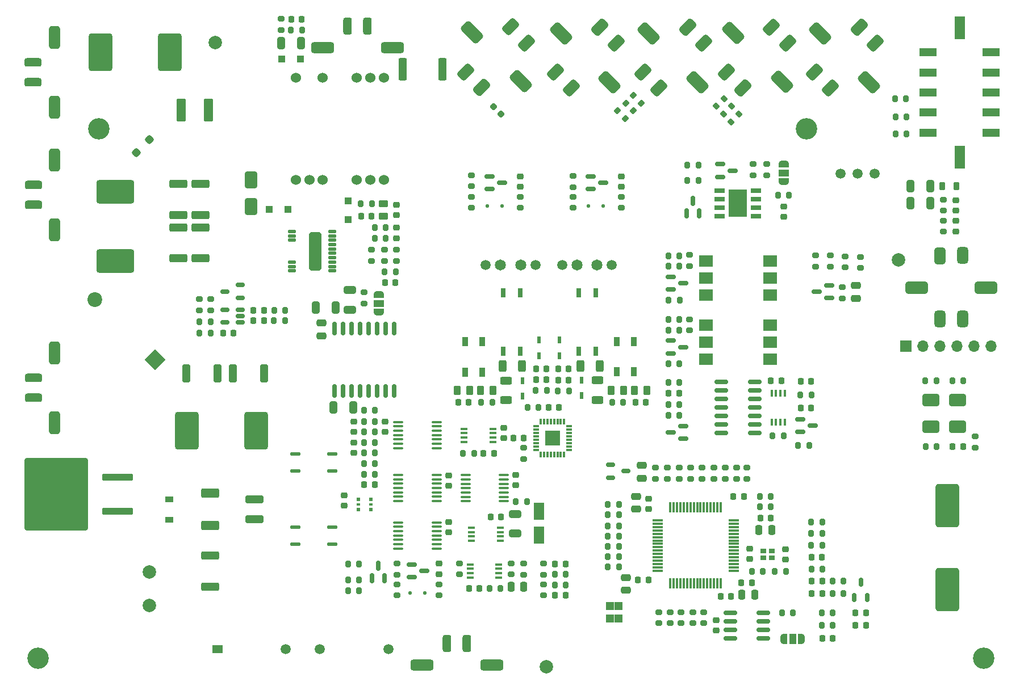
<source format=gbr>
%TF.GenerationSoftware,KiCad,Pcbnew,8.0.2*%
%TF.CreationDate,2025-02-22T19:17:46+01:00*%
%TF.ProjectId,Master_FT25,4d617374-6572-45f4-9654-32352e6b6963,rev?*%
%TF.SameCoordinates,Original*%
%TF.FileFunction,Soldermask,Top*%
%TF.FilePolarity,Negative*%
%FSLAX46Y46*%
G04 Gerber Fmt 4.6, Leading zero omitted, Abs format (unit mm)*
G04 Created by KiCad (PCBNEW 8.0.2) date 2025-02-22 19:17:46*
%MOMM*%
%LPD*%
G01*
G04 APERTURE LIST*
G04 Aperture macros list*
%AMRoundRect*
0 Rectangle with rounded corners*
0 $1 Rounding radius*
0 $2 $3 $4 $5 $6 $7 $8 $9 X,Y pos of 4 corners*
0 Add a 4 corners polygon primitive as box body*
4,1,4,$2,$3,$4,$5,$6,$7,$8,$9,$2,$3,0*
0 Add four circle primitives for the rounded corners*
1,1,$1+$1,$2,$3*
1,1,$1+$1,$4,$5*
1,1,$1+$1,$6,$7*
1,1,$1+$1,$8,$9*
0 Add four rect primitives between the rounded corners*
20,1,$1+$1,$2,$3,$4,$5,0*
20,1,$1+$1,$4,$5,$6,$7,0*
20,1,$1+$1,$6,$7,$8,$9,0*
20,1,$1+$1,$8,$9,$2,$3,0*%
%AMHorizOval*
0 Thick line with rounded ends*
0 $1 width*
0 $2 $3 position (X,Y) of the first rounded end (center of the circle)*
0 $4 $5 position (X,Y) of the second rounded end (center of the circle)*
0 Add line between two ends*
20,1,$1,$2,$3,$4,$5,0*
0 Add two circle primitives to create the rounded ends*
1,1,$1,$2,$3*
1,1,$1,$4,$5*%
%AMRotRect*
0 Rectangle, with rotation*
0 The origin of the aperture is its center*
0 $1 length*
0 $2 width*
0 $3 Rotation angle, in degrees counterclockwise*
0 Add horizontal line*
21,1,$1,$2,0,0,$3*%
%AMFreePoly0*
4,1,19,0.550000,-0.750000,0.000000,-0.750000,0.000000,-0.744911,-0.071157,-0.744911,-0.207708,-0.704816,-0.327430,-0.627875,-0.420627,-0.520320,-0.479746,-0.390866,-0.500000,-0.250000,-0.500000,0.250000,-0.479746,0.390866,-0.420627,0.520320,-0.327430,0.627875,-0.207708,0.704816,-0.071157,0.744911,0.000000,0.744911,0.000000,0.750000,0.550000,0.750000,0.550000,-0.750000,0.550000,-0.750000,
$1*%
%AMFreePoly1*
4,1,19,0.000000,0.744911,0.071157,0.744911,0.207708,0.704816,0.327430,0.627875,0.420627,0.520320,0.479746,0.390866,0.500000,0.250000,0.500000,-0.250000,0.479746,-0.390866,0.420627,-0.520320,0.327430,-0.627875,0.207708,-0.704816,0.071157,-0.744911,0.000000,-0.744911,0.000000,-0.750000,-0.550000,-0.750000,-0.550000,0.750000,0.000000,0.750000,0.000000,0.744911,0.000000,0.744911,
$1*%
G04 Aperture macros list end*
%ADD10RoundRect,0.250000X0.625000X-0.312500X0.625000X0.312500X-0.625000X0.312500X-0.625000X-0.312500X0*%
%ADD11RoundRect,0.408750X0.898026X0.319966X0.319966X0.898026X-0.898026X-0.319966X-0.319966X-0.898026X0*%
%ADD12RoundRect,0.408750X0.873277X0.295217X0.295217X0.873277X-0.873277X-0.295217X-0.295217X-0.873277X0*%
%ADD13RoundRect,0.456250X-0.567453X1.212688X-1.212688X0.567453X0.567453X-1.212688X1.212688X-0.567453X0*%
%ADD14RoundRect,0.200000X0.200000X0.275000X-0.200000X0.275000X-0.200000X-0.275000X0.200000X-0.275000X0*%
%ADD15RoundRect,0.250000X-0.262500X-0.450000X0.262500X-0.450000X0.262500X0.450000X-0.262500X0.450000X0*%
%ADD16RoundRect,0.225000X0.225000X0.250000X-0.225000X0.250000X-0.225000X-0.250000X0.225000X-0.250000X0*%
%ADD17RoundRect,0.225000X-0.225000X-0.250000X0.225000X-0.250000X0.225000X0.250000X-0.225000X0.250000X0*%
%ADD18RoundRect,0.250000X-1.075000X0.362500X-1.075000X-0.362500X1.075000X-0.362500X1.075000X0.362500X0*%
%ADD19RoundRect,0.150000X-0.587500X-0.150000X0.587500X-0.150000X0.587500X0.150000X-0.587500X0.150000X0*%
%ADD20C,3.200000*%
%ADD21RoundRect,0.420000X1.330000X-2.830000X1.330000X2.830000X-1.330000X2.830000X-1.330000X-2.830000X0*%
%ADD22RoundRect,0.225000X0.250000X-0.225000X0.250000X0.225000X-0.250000X0.225000X-0.250000X-0.225000X0*%
%ADD23RoundRect,0.250000X0.475000X-0.250000X0.475000X0.250000X-0.475000X0.250000X-0.475000X-0.250000X0*%
%ADD24RotRect,2.200000X2.200000X135.000000*%
%ADD25HorizOval,2.200000X0.000000X0.000000X0.000000X0.000000X0*%
%ADD26RoundRect,0.200000X-0.200000X-0.275000X0.200000X-0.275000X0.200000X0.275000X-0.200000X0.275000X0*%
%ADD27RoundRect,0.200000X-0.275000X0.200000X-0.275000X-0.200000X0.275000X-0.200000X0.275000X0.200000X0*%
%ADD28R,2.540000X1.270000*%
%ADD29R,1.650000X3.430000*%
%ADD30RoundRect,0.200000X0.275000X-0.200000X0.275000X0.200000X-0.275000X0.200000X-0.275000X-0.200000X0*%
%ADD31RoundRect,0.218750X-0.218750X-0.256250X0.218750X-0.256250X0.218750X0.256250X-0.218750X0.256250X0*%
%ADD32RoundRect,0.250000X-0.300000X-0.300000X0.300000X-0.300000X0.300000X0.300000X-0.300000X0.300000X0*%
%ADD33RoundRect,0.150000X-0.825000X-0.150000X0.825000X-0.150000X0.825000X0.150000X-0.825000X0.150000X0*%
%ADD34RoundRect,0.218750X0.218750X0.256250X-0.218750X0.256250X-0.218750X-0.256250X0.218750X-0.256250X0*%
%ADD35RoundRect,0.250000X0.650000X-0.325000X0.650000X0.325000X-0.650000X0.325000X-0.650000X-0.325000X0*%
%ADD36RoundRect,0.250000X-0.475000X0.250000X-0.475000X-0.250000X0.475000X-0.250000X0.475000X0.250000X0*%
%ADD37RoundRect,0.250000X0.325000X0.650000X-0.325000X0.650000X-0.325000X-0.650000X0.325000X-0.650000X0*%
%ADD38R,0.500000X1.075000*%
%ADD39RoundRect,0.200000X-0.335876X-0.053033X-0.053033X-0.335876X0.335876X0.053033X0.053033X0.335876X0*%
%ADD40RoundRect,0.075000X0.700000X0.075000X-0.700000X0.075000X-0.700000X-0.075000X0.700000X-0.075000X0*%
%ADD41RoundRect,0.075000X0.075000X0.700000X-0.075000X0.700000X-0.075000X-0.700000X0.075000X-0.700000X0*%
%ADD42R,2.000000X1.780000*%
%ADD43RoundRect,0.150000X0.150000X-0.587500X0.150000X0.587500X-0.150000X0.587500X-0.150000X-0.587500X0*%
%ADD44RoundRect,0.250000X0.262500X0.450000X-0.262500X0.450000X-0.262500X-0.450000X0.262500X-0.450000X0*%
%ADD45RoundRect,0.218750X-0.256250X0.218750X-0.256250X-0.218750X0.256250X-0.218750X0.256250X0.218750X0*%
%ADD46RoundRect,0.250000X0.650000X-1.000000X0.650000X1.000000X-0.650000X1.000000X-0.650000X-1.000000X0*%
%ADD47R,1.525000X0.650000*%
%ADD48R,2.750000X4.100000*%
%ADD49RoundRect,0.250000X2.050000X0.300000X-2.050000X0.300000X-2.050000X-0.300000X2.050000X-0.300000X0*%
%ADD50RoundRect,0.250002X4.449998X5.149998X-4.449998X5.149998X-4.449998X-5.149998X4.449998X-5.149998X0*%
%ADD51R,0.800000X1.400000*%
%ADD52RoundRect,0.412500X-1.302500X-0.412500X1.302500X-0.412500X1.302500X0.412500X-1.302500X0.412500X0*%
%ADD53RoundRect,0.317500X-0.317500X-0.952500X0.317500X-0.952500X0.317500X0.952500X-0.317500X0.952500X0*%
%ADD54RoundRect,0.250000X-0.325000X-0.650000X0.325000X-0.650000X0.325000X0.650000X-0.325000X0.650000X0*%
%ADD55RoundRect,0.218750X0.335876X0.026517X0.026517X0.335876X-0.335876X-0.026517X-0.026517X-0.335876X0*%
%ADD56RoundRect,0.100000X-0.637500X-0.100000X0.637500X-0.100000X0.637500X0.100000X-0.637500X0.100000X0*%
%ADD57RoundRect,0.150000X0.150000X-0.512500X0.150000X0.512500X-0.150000X0.512500X-0.150000X-0.512500X0*%
%ADD58RoundRect,0.200000X0.335876X0.053033X0.053033X0.335876X-0.335876X-0.053033X-0.053033X-0.335876X0*%
%ADD59RoundRect,0.250000X-1.000000X-0.650000X1.000000X-0.650000X1.000000X0.650000X-1.000000X0.650000X0*%
%ADD60R,1.100000X0.400000*%
%ADD61C,2.000000*%
%ADD62C,1.500000*%
%ADD63C,1.650000*%
%ADD64RoundRect,0.225000X-0.250000X0.225000X-0.250000X-0.225000X0.250000X-0.225000X0.250000X0.225000X0*%
%ADD65RoundRect,0.250000X1.075000X-0.362500X1.075000X0.362500X-1.075000X0.362500X-1.075000X-0.362500X0*%
%ADD66RoundRect,0.250000X1.100000X-0.325000X1.100000X0.325000X-1.100000X0.325000X-1.100000X-0.325000X0*%
%ADD67RoundRect,0.150000X0.587500X0.150000X-0.587500X0.150000X-0.587500X-0.150000X0.587500X-0.150000X0*%
%ADD68RoundRect,0.250000X0.312500X0.625000X-0.312500X0.625000X-0.312500X-0.625000X0.312500X-0.625000X0*%
%ADD69RoundRect,0.350000X-1.400000X-2.450000X1.400000X-2.450000X1.400000X2.450000X-1.400000X2.450000X0*%
%ADD70C,1.524000*%
%ADD71FreePoly0,90.000000*%
%ADD72R,1.500000X1.000000*%
%ADD73FreePoly1,90.000000*%
%ADD74RoundRect,0.150000X0.512500X0.150000X-0.512500X0.150000X-0.512500X-0.150000X0.512500X-0.150000X0*%
%ADD75RoundRect,0.137500X0.587500X0.137500X-0.587500X0.137500X-0.587500X-0.137500X0.587500X-0.137500X0*%
%ADD76RoundRect,0.250000X-0.362500X-1.075000X0.362500X-1.075000X0.362500X1.075000X-0.362500X1.075000X0*%
%ADD77RoundRect,0.125000X-0.125000X-0.125000X0.125000X-0.125000X0.125000X0.125000X-0.125000X0.125000X0*%
%ADD78RoundRect,0.350000X1.400000X2.450000X-1.400000X2.450000X-1.400000X-2.450000X1.400000X-2.450000X0*%
%ADD79R,0.875000X0.775000*%
%ADD80R,0.850000X0.300000*%
%ADD81R,0.300000X0.850000*%
%ADD82C,0.600000*%
%ADD83R,2.200000X2.200000*%
%ADD84RoundRect,0.412500X0.412500X-1.302500X0.412500X1.302500X-0.412500X1.302500X-0.412500X-1.302500X0*%
%ADD85RoundRect,0.317500X0.952500X-0.317500X0.952500X0.317500X-0.952500X0.317500X-0.952500X-0.317500X0*%
%ADD86R,0.900000X1.350000*%
%ADD87R,1.700000X1.700000*%
%ADD88O,1.700000X1.700000*%
%ADD89RoundRect,0.150000X-0.512500X-0.150000X0.512500X-0.150000X0.512500X0.150000X-0.512500X0.150000X0*%
%ADD90R,0.600000X0.600000*%
%ADD91R,0.600000X0.400000*%
%ADD92RoundRect,0.250000X0.250000X0.475000X-0.250000X0.475000X-0.250000X-0.475000X0.250000X-0.475000X0*%
%ADD93RoundRect,0.102000X-0.500000X-0.500000X0.500000X-0.500000X0.500000X0.500000X-0.500000X0.500000X0*%
%ADD94RoundRect,0.102000X0.500000X0.500000X-0.500000X0.500000X-0.500000X-0.500000X0.500000X-0.500000X0*%
%ADD95RoundRect,0.250000X-0.250000X-0.475000X0.250000X-0.475000X0.250000X0.475000X-0.250000X0.475000X0*%
%ADD96RoundRect,0.218750X-0.218750X-0.381250X0.218750X-0.381250X0.218750X0.381250X-0.218750X0.381250X0*%
%ADD97FreePoly0,0.000000*%
%ADD98R,1.000000X1.500000*%
%ADD99FreePoly1,0.000000*%
%ADD100RoundRect,0.250000X0.550000X-1.050000X0.550000X1.050000X-0.550000X1.050000X-0.550000X-1.050000X0*%
%ADD101RoundRect,0.250000X0.000000X0.424264X-0.424264X0.000000X0.000000X-0.424264X0.424264X0.000000X0*%
%ADD102R,1.200000X0.850000*%
%ADD103RoundRect,0.408750X0.408750X0.861250X-0.408750X0.861250X-0.408750X-0.861250X0.408750X-0.861250X0*%
%ADD104RoundRect,0.408750X0.408750X0.826250X-0.408750X0.826250X-0.408750X-0.826250X0.408750X-0.826250X0*%
%ADD105RoundRect,0.456250X-1.258750X0.456250X-1.258750X-0.456250X1.258750X-0.456250X1.258750X0.456250X0*%
%ADD106RoundRect,0.200000X-0.053033X0.335876X-0.335876X0.053033X0.053033X-0.335876X0.335876X-0.053033X0*%
%ADD107RoundRect,0.137500X-0.587500X-0.137500X0.587500X-0.137500X0.587500X0.137500X-0.587500X0.137500X0*%
%ADD108RoundRect,0.249999X-0.450001X-1.450001X0.450001X-1.450001X0.450001X1.450001X-0.450001X1.450001X0*%
%ADD109RoundRect,0.250000X0.300000X-0.300000X0.300000X0.300000X-0.300000X0.300000X-0.300000X-0.300000X0*%
%ADD110R,1.500000X1.303000*%
%ADD111RoundRect,0.250000X0.450000X-0.262500X0.450000X0.262500X-0.450000X0.262500X-0.450000X-0.262500X0*%
%ADD112FreePoly0,270.000000*%
%ADD113FreePoly1,270.000000*%
%ADD114RoundRect,0.250000X-0.362500X-1.425000X0.362500X-1.425000X0.362500X1.425000X-0.362500X1.425000X0*%
%ADD115RoundRect,0.408750X-0.898026X-0.319966X-0.319966X-0.898026X0.898026X0.319966X0.319966X0.898026X0*%
%ADD116RoundRect,0.408750X-0.873277X-0.295217X-0.295217X-0.873277X0.873277X0.295217X0.295217X0.873277X0*%
%ADD117RoundRect,0.456250X0.567453X-1.212688X1.212688X-0.567453X-0.567453X1.212688X-1.212688X0.567453X0*%
%ADD118RoundRect,0.218750X0.256250X-0.218750X0.256250X0.218750X-0.256250X0.218750X-0.256250X-0.218750X0*%
%ADD119R,0.400000X1.100000*%
%ADD120RoundRect,0.249999X1.075001X-0.450001X1.075001X0.450001X-1.075001X0.450001X-1.075001X-0.450001X0*%
%ADD121RoundRect,0.112500X-0.487500X-0.112500X0.487500X-0.112500X0.487500X0.112500X-0.487500X0.112500X0*%
%ADD122RoundRect,0.178000X-0.712000X-2.662000X0.712000X-2.662000X0.712000X2.662000X-0.712000X2.662000X0*%
%ADD123RoundRect,0.250000X-0.312500X-0.625000X0.312500X-0.625000X0.312500X0.625000X-0.312500X0.625000X0*%
%ADD124RoundRect,0.150000X0.150000X-0.875000X0.150000X0.875000X-0.150000X0.875000X-0.150000X-0.875000X0*%
%ADD125RoundRect,0.350000X-2.450000X1.400000X-2.450000X-1.400000X2.450000X-1.400000X2.450000X1.400000X0*%
G04 APERTURE END LIST*
D10*
%TO.C,R130*%
X124550000Y-96712500D03*
X124550000Y-93787500D03*
%TD*%
D11*
%TO.C,J6*%
X151633695Y-41086891D03*
D12*
X144962142Y-47758443D03*
X154037858Y-43441557D03*
X147341557Y-50137858D03*
D13*
X153069121Y-49292865D03*
X145807135Y-42030879D03*
%TD*%
D14*
%TO.C,R123*%
X166725000Y-66100000D03*
X165075000Y-66100000D03*
%TD*%
D15*
%TO.C,R127*%
X143687500Y-95250000D03*
X145512500Y-95250000D03*
%TD*%
D16*
%TO.C,C31*%
X171650000Y-125550000D03*
X170100000Y-125550000D03*
%TD*%
D14*
%TO.C,R67*%
X133925000Y-95300000D03*
X132275000Y-95300000D03*
%TD*%
D17*
%TO.C,C38*%
X176625000Y-128425000D03*
X178175000Y-128425000D03*
%TD*%
D18*
%TO.C,R104*%
X78950000Y-70912500D03*
X78950000Y-75537500D03*
%TD*%
D19*
%TO.C,Q2*%
X137162500Y-63300000D03*
X137162500Y-65200000D03*
X139037500Y-64250000D03*
%TD*%
D20*
%TO.C,H3*%
X63850000Y-56250000D03*
%TD*%
D21*
%TO.C,C36*%
X190350000Y-112450001D03*
X190350000Y-124949999D03*
%TD*%
D22*
%TO.C,C37*%
X155875000Y-131050000D03*
X155875000Y-129500000D03*
%TD*%
D23*
%TO.C,C14*%
X97000000Y-87100000D03*
X97000000Y-85200000D03*
%TD*%
D16*
%TO.C,C53*%
X171650000Y-123675000D03*
X170100000Y-123675000D03*
%TD*%
D24*
%TO.C,D7*%
X72240128Y-90690128D03*
D25*
X63259872Y-81709872D03*
%TD*%
D26*
%TO.C,R93*%
X148775000Y-81800000D03*
X150425000Y-81800000D03*
%TD*%
D22*
%TO.C,C25*%
X145775000Y-112975000D03*
X145775000Y-111425000D03*
%TD*%
D27*
%TO.C,R44*%
X154000000Y-128325000D03*
X154000000Y-129975000D03*
%TD*%
D28*
%TO.C,J14*%
X187450000Y-56800000D03*
X196850000Y-56800000D03*
X187450000Y-53800000D03*
X196850000Y-53800000D03*
X187450000Y-50800000D03*
X196850000Y-50800000D03*
X187450000Y-47800000D03*
X196850000Y-47800000D03*
X187450000Y-44800000D03*
X196850000Y-44800000D03*
D29*
X192150000Y-60435000D03*
X192150000Y-41165000D03*
%TD*%
D14*
%TO.C,R53*%
X141375000Y-112225000D03*
X139725000Y-112225000D03*
%TD*%
D30*
%TO.C,R73*%
X134500000Y-64925000D03*
X134500000Y-63275000D03*
%TD*%
D31*
%TO.C,D5*%
X86887499Y-83275000D03*
X88462501Y-83275000D03*
%TD*%
D32*
%TO.C,D31*%
X91100000Y-45800000D03*
X93900000Y-45800000D03*
%TD*%
D14*
%TO.C,R35*%
X133437500Y-122675000D03*
X131787500Y-122675000D03*
%TD*%
D33*
%TO.C,U16*%
X156625000Y-93990000D03*
X156625000Y-95260000D03*
X156625000Y-96530000D03*
X156625000Y-97800000D03*
X156625000Y-99070000D03*
X156625000Y-100340000D03*
X156625000Y-101610000D03*
X161575000Y-101610000D03*
X161575000Y-100340000D03*
X161575000Y-99070000D03*
X161575000Y-97800000D03*
X161575000Y-96530000D03*
X161575000Y-95260000D03*
X161575000Y-93990000D03*
%TD*%
D34*
%TO.C,D32*%
X94087500Y-39900000D03*
X92512500Y-39900000D03*
%TD*%
D35*
%TO.C,C44*%
X101275000Y-83200001D03*
X101275000Y-80249999D03*
%TD*%
D26*
%TO.C,R106*%
X104975000Y-72550000D03*
X106625000Y-72550000D03*
%TD*%
D36*
%TO.C,C43*%
X176700000Y-79600001D03*
X176700000Y-81499999D03*
%TD*%
D37*
%TO.C,C45*%
X99100001Y-82875000D03*
X96149999Y-82875000D03*
%TD*%
D26*
%TO.C,R1*%
X103325000Y-99900000D03*
X104975000Y-99900000D03*
%TD*%
D31*
%TO.C,D6*%
X86887499Y-84875000D03*
X88462501Y-84875000D03*
%TD*%
D14*
%TO.C,R54*%
X141375000Y-113800000D03*
X139725000Y-113800000D03*
%TD*%
D17*
%TO.C,C41*%
X164025000Y-93850000D03*
X165575000Y-93850000D03*
%TD*%
D14*
%TO.C,R41*%
X166250000Y-122225000D03*
X164600000Y-122225000D03*
%TD*%
%TO.C,R4*%
X104975000Y-103000000D03*
X103325000Y-103000000D03*
%TD*%
D38*
%TO.C,D15*%
X132450000Y-87750000D03*
X132450000Y-90050000D03*
%TD*%
D39*
%TO.C,R27*%
X143516637Y-51216637D03*
X144683363Y-52383363D03*
%TD*%
D30*
%TO.C,R101*%
X177350000Y-76975000D03*
X177350000Y-75325000D03*
%TD*%
D40*
%TO.C,U12*%
X158449999Y-122150000D03*
X158449999Y-121650001D03*
X158449999Y-121150001D03*
X158449999Y-120650001D03*
X158449999Y-120150001D03*
X158449999Y-119650000D03*
X158449999Y-119150001D03*
X158449999Y-118650001D03*
X158449999Y-118150001D03*
X158449999Y-117650001D03*
X158449999Y-117150002D03*
X158449999Y-116650001D03*
X158449999Y-116150001D03*
X158449999Y-115650001D03*
X158449999Y-115150001D03*
X158449999Y-114650002D03*
D41*
X156524998Y-112725001D03*
X156024999Y-112725001D03*
X155524999Y-112725001D03*
X155024999Y-112725001D03*
X154524999Y-112725001D03*
X154024998Y-112725001D03*
X153524999Y-112725001D03*
X153024999Y-112725001D03*
X152524999Y-112725001D03*
X152024999Y-112725001D03*
X151525000Y-112725001D03*
X151024999Y-112725001D03*
X150524999Y-112725001D03*
X150024999Y-112725001D03*
X149524999Y-112725001D03*
X149025000Y-112725001D03*
D40*
X147099999Y-114650002D03*
X147099999Y-115150001D03*
X147099999Y-115650001D03*
X147099999Y-116150001D03*
X147099999Y-116650001D03*
X147099999Y-117150002D03*
X147099999Y-117650001D03*
X147099999Y-118150001D03*
X147099999Y-118650001D03*
X147099999Y-119150001D03*
X147099999Y-119650000D03*
X147099999Y-120150001D03*
X147099999Y-120650001D03*
X147099999Y-121150001D03*
X147099999Y-121650001D03*
X147099999Y-122150000D03*
D41*
X149025000Y-124075001D03*
X149524999Y-124075001D03*
X150024999Y-124075001D03*
X150524999Y-124075001D03*
X151024999Y-124075001D03*
X151525000Y-124075001D03*
X152024999Y-124075001D03*
X152524999Y-124075001D03*
X153024999Y-124075001D03*
X153524999Y-124075001D03*
X154024998Y-124075001D03*
X154524999Y-124075001D03*
X155024999Y-124075001D03*
X155524999Y-124075001D03*
X156024999Y-124075001D03*
X156524998Y-124075001D03*
%TD*%
D16*
%TO.C,C34*%
X133875000Y-93700000D03*
X132325000Y-93700000D03*
%TD*%
D20*
%TO.C,H4*%
X54750000Y-135200000D03*
%TD*%
D16*
%TO.C,C13*%
X83925000Y-86675000D03*
X82375000Y-86675000D03*
%TD*%
D30*
%TO.C,R36*%
X130112500Y-122750000D03*
X130112500Y-121100000D03*
%TD*%
D42*
%TO.C,U19*%
X154335000Y-85510000D03*
X154335000Y-88050000D03*
X154335000Y-90590000D03*
X163865000Y-90590000D03*
X163865000Y-88050000D03*
X163865000Y-85510000D03*
%TD*%
D43*
%TO.C,D13*%
X151450000Y-68837500D03*
X153350000Y-68837500D03*
X152400000Y-66962500D03*
%TD*%
D26*
%TO.C,R138*%
X100975000Y-123550000D03*
X102625000Y-123550000D03*
%TD*%
%TO.C,R46*%
X139725000Y-115450000D03*
X141375000Y-115450000D03*
%TD*%
D30*
%TO.C,R40*%
X161400000Y-63125000D03*
X161400000Y-61475000D03*
%TD*%
D38*
%TO.C,D35*%
X129450000Y-87750000D03*
X129450000Y-90050000D03*
%TD*%
D44*
%TO.C,R132*%
X119112500Y-95250000D03*
X117287500Y-95250000D03*
%TD*%
D18*
%TO.C,R103*%
X78950000Y-64462500D03*
X78950000Y-69087500D03*
%TD*%
D43*
%TO.C,Q11*%
X104550000Y-123287500D03*
X106450000Y-123287500D03*
X105500000Y-121412499D03*
%TD*%
D45*
%TO.C,D37*%
X191600000Y-66862499D03*
X191600000Y-68437501D03*
%TD*%
D46*
%TO.C,D29*%
X86475000Y-67850000D03*
X86475000Y-63850000D03*
%TD*%
D33*
%TO.C,U15*%
X157950000Y-128445000D03*
X157950000Y-129715000D03*
X157950000Y-130985000D03*
X157950000Y-132255000D03*
X162900000Y-132255000D03*
X162900000Y-130985000D03*
X162900000Y-129715000D03*
X162900000Y-128445000D03*
%TD*%
D30*
%TO.C,R48*%
X157224999Y-108425000D03*
X157224999Y-106775000D03*
%TD*%
D22*
%TO.C,C47*%
X108200000Y-72525000D03*
X108200000Y-70975000D03*
%TD*%
D26*
%TO.C,R7*%
X125987500Y-111875000D03*
X127637500Y-111875000D03*
%TD*%
D47*
%TO.C,IC1*%
X161812000Y-69255000D03*
X161812000Y-67985000D03*
X161812000Y-66715000D03*
X161812000Y-65445000D03*
X156388000Y-65445000D03*
X156388000Y-66715000D03*
X156388000Y-67985000D03*
X156388000Y-69255000D03*
D48*
X159100000Y-67350000D03*
%TD*%
D14*
%TO.C,R24*%
X104975000Y-107750000D03*
X103325000Y-107750000D03*
%TD*%
D49*
%TO.C,Q9*%
X66650000Y-113290000D03*
D50*
X57500000Y-110750000D03*
D49*
X66650000Y-108210000D03*
%TD*%
D26*
%TO.C,R3*%
X103325000Y-104600000D03*
X104975000Y-104600000D03*
%TD*%
D51*
%TO.C,FL4*%
X135330000Y-89375000D03*
X137870000Y-89375000D03*
X137870000Y-80725000D03*
X135330000Y-80725000D03*
%TD*%
D14*
%TO.C,R45*%
X141375000Y-120050000D03*
X139725000Y-120050000D03*
%TD*%
D18*
%TO.C,R13*%
X75700000Y-70912500D03*
X75700000Y-75537500D03*
%TD*%
D17*
%TO.C,C48*%
X106475000Y-79175000D03*
X108025000Y-79175000D03*
%TD*%
D52*
%TO.C,J8*%
X97200000Y-44127500D03*
X107600000Y-44127500D03*
D53*
X100900000Y-40927500D03*
X103900000Y-40927500D03*
%TD*%
D11*
%TO.C,J5*%
X138533695Y-41086891D03*
D12*
X131862142Y-47758443D03*
X140937858Y-43441557D03*
X134241557Y-50137858D03*
D13*
X139969121Y-49292865D03*
X132707135Y-42030879D03*
%TD*%
D14*
%TO.C,R129*%
X122475000Y-97000000D03*
X120825000Y-97000000D03*
%TD*%
D34*
%TO.C,D22*%
X192687501Y-103650000D03*
X191112499Y-103650000D03*
%TD*%
D54*
%TO.C,C55*%
X184824999Y-67325000D03*
X187775001Y-67325000D03*
%TD*%
D51*
%TO.C,FL3*%
X124080000Y-89375000D03*
X126620000Y-89375000D03*
X126620000Y-80725000D03*
X124080000Y-80725000D03*
%TD*%
D19*
%TO.C,Q5*%
X168412500Y-99550000D03*
X168412500Y-101450000D03*
X170287501Y-100500000D03*
%TD*%
D26*
%TO.C,R108*%
X104975000Y-70925000D03*
X106625000Y-70925000D03*
%TD*%
D55*
%TO.C,F5*%
X123806847Y-54056847D03*
X122693153Y-52943153D03*
%TD*%
D56*
%TO.C,U21*%
X118487500Y-107900000D03*
X118487500Y-108550000D03*
X118487500Y-109200000D03*
X118487500Y-109850000D03*
X118487500Y-110500000D03*
X118487500Y-111150000D03*
X118487500Y-111800000D03*
X124212500Y-111800000D03*
X124212500Y-111150000D03*
X124212500Y-110500000D03*
X124212500Y-109850000D03*
X124212500Y-109200000D03*
X124212500Y-108550000D03*
X124212500Y-107900000D03*
%TD*%
D52*
%TO.C,J17*%
X112000000Y-136200000D03*
X122400000Y-136200000D03*
D53*
X115700000Y-133000000D03*
X118700000Y-133000000D03*
%TD*%
D57*
%TO.C,D25*%
X176462500Y-126112500D03*
X178362500Y-126112500D03*
X177412500Y-123837500D03*
%TD*%
D58*
%TO.C,R28*%
X143533363Y-53533363D03*
X142366637Y-52366637D03*
%TD*%
D31*
%TO.C,D9*%
X131825000Y-121125000D03*
X133400002Y-121125000D03*
%TD*%
D27*
%TO.C,R49*%
X148975000Y-128325000D03*
X148975000Y-129975000D03*
%TD*%
D59*
%TO.C,D17*%
X187849999Y-100650000D03*
X191850001Y-100650000D03*
%TD*%
D26*
%TO.C,R94*%
X148725000Y-91300000D03*
X150375000Y-91300000D03*
%TD*%
D17*
%TO.C,C24*%
X159625000Y-123925000D03*
X161175000Y-123925000D03*
%TD*%
%TO.C,C35*%
X143825000Y-97050000D03*
X145375000Y-97050000D03*
%TD*%
D16*
%TO.C,C23*%
X132425000Y-97800000D03*
X130875000Y-97800000D03*
%TD*%
D60*
%TO.C,U2*%
X118300000Y-100975000D03*
X118300000Y-101625000D03*
X118300000Y-102275000D03*
X118300000Y-102925000D03*
X122600000Y-102925000D03*
X122600000Y-102275000D03*
X122600000Y-101625000D03*
X122600000Y-100975000D03*
%TD*%
D11*
%TO.C,J1*%
X177183695Y-41036891D03*
D12*
X170512142Y-47708443D03*
X179587858Y-43391557D03*
X172891557Y-50087858D03*
D13*
X178619121Y-49242865D03*
X171357135Y-41980879D03*
%TD*%
D61*
%TO.C,FID3*%
X130550000Y-136500000D03*
%TD*%
D30*
%TO.C,R18*%
X78800000Y-83275000D03*
X78800000Y-81625000D03*
%TD*%
D16*
%TO.C,C42*%
X170025000Y-93900000D03*
X168475000Y-93900000D03*
%TD*%
D62*
%TO.C,J12*%
X140315000Y-76550000D03*
X132885000Y-76550000D03*
D63*
X135100000Y-76550000D03*
X138100000Y-76550000D03*
%TD*%
D64*
%TO.C,C5*%
X125950000Y-107875000D03*
X125950000Y-109425000D03*
%TD*%
D65*
%TO.C,R139*%
X80450000Y-124512500D03*
X80450000Y-119887500D03*
%TD*%
D42*
%TO.C,U18*%
X154335000Y-75960000D03*
X154335000Y-78500000D03*
X154335000Y-81040000D03*
X163865000Y-81040000D03*
X163865000Y-78500000D03*
X163865000Y-75960000D03*
%TD*%
D45*
%TO.C,D16*%
X126650000Y-63312500D03*
X126650000Y-64887500D03*
%TD*%
D16*
%TO.C,C49*%
X104475000Y-69250000D03*
X102925000Y-69250000D03*
%TD*%
D26*
%TO.C,R15*%
X89987500Y-83275000D03*
X91637500Y-83275000D03*
%TD*%
D62*
%TO.C,U3*%
X174430000Y-62900000D03*
X176970000Y-62900000D03*
X179509999Y-62900000D03*
%TD*%
D14*
%TO.C,R21*%
X153225000Y-63950000D03*
X151575000Y-63950000D03*
%TD*%
D19*
%TO.C,Q7*%
X149062500Y-87837500D03*
X149062500Y-89737500D03*
X150937500Y-88787500D03*
%TD*%
D27*
%TO.C,R69*%
X119350000Y-66375000D03*
X119350000Y-68025000D03*
%TD*%
D26*
%TO.C,R42*%
X161175000Y-122225000D03*
X162825000Y-122225000D03*
%TD*%
D66*
%TO.C,C54*%
X87050000Y-114475001D03*
X87050000Y-111524999D03*
%TD*%
D27*
%TO.C,R61*%
X147325000Y-128325000D03*
X147325000Y-129975000D03*
%TD*%
D67*
%TO.C,Q4*%
X150937500Y-102450000D03*
X150937500Y-100550000D03*
X149062499Y-101500000D03*
%TD*%
D14*
%TO.C,R109*%
X104550000Y-67400000D03*
X102900000Y-67400000D03*
%TD*%
D15*
%TO.C,R122*%
X140237500Y-95250000D03*
X142062500Y-95250000D03*
%TD*%
D68*
%TO.C,R118*%
X138512500Y-91650000D03*
X135587500Y-91650000D03*
%TD*%
D26*
%TO.C,R80*%
X165650000Y-128400000D03*
X167300000Y-128400000D03*
%TD*%
D69*
%TO.C,F3*%
X76950000Y-101300000D03*
X87250000Y-101300000D03*
%TD*%
D70*
%TO.C,T1*%
X95210000Y-63870000D03*
X93210000Y-63870000D03*
X97210000Y-63870000D03*
X102290000Y-63870000D03*
X104290000Y-63870000D03*
X106290000Y-63870000D03*
X106290000Y-48630000D03*
X104290000Y-48630000D03*
X102290000Y-48630000D03*
X97210000Y-48630000D03*
X93210000Y-48630000D03*
%TD*%
D64*
%TO.C,C1*%
X115950000Y-114875000D03*
X115950000Y-116425000D03*
%TD*%
D14*
%TO.C,R126*%
X102625000Y-121150000D03*
X100975000Y-121150000D03*
%TD*%
%TO.C,R136*%
X129375000Y-97800000D03*
X127725000Y-97800000D03*
%TD*%
D32*
%TO.C,D30*%
X89250001Y-68275000D03*
X92049999Y-68275000D03*
%TD*%
D54*
%TO.C,C51*%
X91025000Y-43450000D03*
X93975000Y-43450000D03*
%TD*%
D14*
%TO.C,R16*%
X80475000Y-86675000D03*
X78825000Y-86675000D03*
%TD*%
D30*
%TO.C,R75*%
X141700000Y-68025000D03*
X141700000Y-66375000D03*
%TD*%
D71*
%TO.C,JP2*%
X105550000Y-83575000D03*
D72*
X105550000Y-82275000D03*
D73*
X105550000Y-80975000D03*
%TD*%
D74*
%TO.C,D4*%
X84912500Y-81425000D03*
X84912500Y-79525000D03*
X82637500Y-80475000D03*
%TD*%
D27*
%TO.C,R95*%
X151900000Y-75025000D03*
X151900000Y-76675000D03*
%TD*%
D75*
%TO.C,U11*%
X98600000Y-118170000D03*
X98600000Y-115630000D03*
X93100000Y-115630000D03*
X93100000Y-118170000D03*
%TD*%
D76*
%TO.C,R22*%
X83837500Y-92700000D03*
X88462500Y-92700000D03*
%TD*%
D26*
%TO.C,R50*%
X170025000Y-118400000D03*
X171675000Y-118400000D03*
%TD*%
D77*
%TO.C,D24*%
X110200001Y-125500000D03*
X112399999Y-125500000D03*
%TD*%
D14*
%TO.C,R124*%
X174850000Y-125550000D03*
X173200000Y-125550000D03*
%TD*%
D30*
%TO.C,R47*%
X158874999Y-108425000D03*
X158874999Y-106775000D03*
%TD*%
D27*
%TO.C,R65*%
X146774999Y-106775000D03*
X146774999Y-108425000D03*
%TD*%
D30*
%TO.C,R111*%
X104425000Y-75925000D03*
X104425000Y-74275000D03*
%TD*%
D78*
%TO.C,F2*%
X74400000Y-44750000D03*
X64100000Y-44750000D03*
%TD*%
D62*
%TO.C,J13*%
X128915000Y-76535000D03*
X121485000Y-76535000D03*
D63*
X123700000Y-76535000D03*
X126700000Y-76535000D03*
%TD*%
D27*
%TO.C,R107*%
X103375000Y-80625000D03*
X103375000Y-82275000D03*
%TD*%
D14*
%TO.C,R85*%
X150375000Y-97350000D03*
X148725000Y-97350000D03*
%TD*%
D79*
%TO.C,IQXC-42*%
X162900000Y-119212500D03*
X164175000Y-119212500D03*
X164175000Y-120187500D03*
X162900000Y-120187500D03*
%TD*%
D31*
%TO.C,D38*%
X103362499Y-109300000D03*
X104937501Y-109300000D03*
%TD*%
D17*
%TO.C,C29*%
X125625000Y-102350000D03*
X127175000Y-102350000D03*
%TD*%
D80*
%TO.C,IC2*%
X133900000Y-104100000D03*
X133900000Y-103600000D03*
X133900000Y-103100000D03*
X133900000Y-102600000D03*
X133900000Y-102100000D03*
X133900000Y-101600000D03*
X133900000Y-101100000D03*
X133900000Y-100600000D03*
D81*
X133200000Y-99900000D03*
X132700000Y-99900000D03*
X132200000Y-99900000D03*
X131700000Y-99900000D03*
X131200000Y-99900000D03*
X130700000Y-99900000D03*
X130200000Y-99900000D03*
X129700000Y-99900000D03*
D80*
X129000000Y-100600000D03*
X129000000Y-101100000D03*
X129000000Y-101600000D03*
X129000000Y-102100000D03*
X129000000Y-102600000D03*
X129000000Y-103100000D03*
X129000000Y-103600000D03*
X129000000Y-104100000D03*
D81*
X129700000Y-104800000D03*
X130200000Y-104800000D03*
X130700000Y-104800000D03*
X131200000Y-104800000D03*
X131700000Y-104800000D03*
X132200000Y-104800000D03*
X132700000Y-104800000D03*
X133200000Y-104800000D03*
D82*
X132200000Y-103100000D03*
X132200000Y-102350000D03*
X132200000Y-101600000D03*
X131450000Y-103100000D03*
X131450000Y-102350000D03*
D83*
X131450000Y-102350000D03*
D82*
X131450000Y-101600000D03*
X130700000Y-103100000D03*
X130700000Y-102350000D03*
X130700000Y-101600000D03*
%TD*%
D18*
%TO.C,R12*%
X75675000Y-64462500D03*
X75675000Y-69087500D03*
%TD*%
D56*
%TO.C,U5*%
X108487500Y-107850000D03*
X108487500Y-108500000D03*
X108487500Y-109150000D03*
X108487500Y-109800000D03*
X108487500Y-110450000D03*
X108487500Y-111100000D03*
X108487500Y-111750000D03*
X114212500Y-111750000D03*
X114212500Y-111100000D03*
X114212500Y-110450000D03*
X114212500Y-109800000D03*
X114212500Y-109150000D03*
X114212500Y-108500000D03*
X114212500Y-107850000D03*
%TD*%
D84*
%TO.C,J9*%
X57250000Y-100050000D03*
X57250000Y-89650000D03*
D85*
X54050000Y-96350000D03*
X54050000Y-93350000D03*
%TD*%
D27*
%TO.C,R100*%
X170700000Y-75125000D03*
X170700000Y-76775000D03*
%TD*%
D14*
%TO.C,R23*%
X104975000Y-106200000D03*
X103325000Y-106200000D03*
%TD*%
D86*
%TO.C,FL2*%
X118450000Y-87975001D03*
X118450000Y-92524999D03*
X120950000Y-92524999D03*
X120950000Y-87975001D03*
%TD*%
D17*
%TO.C,C27*%
X158425000Y-111050000D03*
X159975000Y-111050000D03*
%TD*%
D64*
%TO.C,C2*%
X101850001Y-99875000D03*
X101850001Y-101425000D03*
%TD*%
D67*
%TO.C,Q8*%
X172687500Y-81462500D03*
X172687500Y-79562500D03*
X170812500Y-80512500D03*
%TD*%
D26*
%TO.C,R5*%
X103325000Y-98200000D03*
X104975000Y-98200000D03*
%TD*%
D87*
%TO.C,J3*%
X184100000Y-88650000D03*
D88*
X186640000Y-88650000D03*
X189180000Y-88650000D03*
X191720000Y-88650000D03*
X194260000Y-88650000D03*
X196800000Y-88650000D03*
%TD*%
D27*
%TO.C,R51*%
X150650000Y-128325000D03*
X150650000Y-129975000D03*
%TD*%
D19*
%TO.C,D14*%
X156412500Y-61500000D03*
X156412500Y-63400000D03*
X158287500Y-62450000D03*
%TD*%
D89*
%TO.C,D12*%
X140087499Y-106350001D03*
X140087499Y-108249999D03*
X142362499Y-107300000D03*
%TD*%
D17*
%TO.C,C32*%
X162425000Y-114300000D03*
X163975000Y-114300000D03*
%TD*%
D14*
%TO.C,R20*%
X153225000Y-61650000D03*
X151575000Y-61650000D03*
%TD*%
D30*
%TO.C,R14*%
X80500000Y-83275000D03*
X80500000Y-81625000D03*
%TD*%
D64*
%TO.C,C52*%
X165900000Y-67825000D03*
X165900000Y-69375000D03*
%TD*%
D90*
%TO.C,U4*%
X104350000Y-113000000D03*
D91*
X104350000Y-112250000D03*
D90*
X104350000Y-111500000D03*
X102550000Y-111500000D03*
D91*
X102550000Y-112250000D03*
D90*
X102550000Y-113000000D03*
%TD*%
D16*
%TO.C,C21*%
X158075000Y-125950000D03*
X156525000Y-125950000D03*
%TD*%
D92*
%TO.C,C12*%
X127162499Y-124575000D03*
X125262501Y-124575000D03*
%TD*%
D14*
%TO.C,R84*%
X169732189Y-103460516D03*
X168082189Y-103460516D03*
%TD*%
D27*
%TO.C,R96*%
X151900000Y-84625000D03*
X151900000Y-86275000D03*
%TD*%
%TO.C,R102*%
X174650000Y-79875000D03*
X174650000Y-81525000D03*
%TD*%
D16*
%TO.C,C58*%
X133875000Y-92000000D03*
X132325000Y-92000000D03*
%TD*%
D45*
%TO.C,D23*%
X114512500Y-121112499D03*
X114512500Y-122687501D03*
%TD*%
D61*
%TO.C,FID2*%
X183050000Y-75800000D03*
%TD*%
D14*
%TO.C,R30*%
X133425000Y-124250000D03*
X131775000Y-124250000D03*
%TD*%
D93*
%TO.C,D10*%
X140025000Y-127425000D03*
X141275000Y-127425000D03*
D94*
X141275000Y-129275000D03*
X140025000Y-129275000D03*
%TD*%
D95*
%TO.C,C22*%
X159675001Y-125700000D03*
X161574999Y-125700000D03*
%TD*%
D14*
%TO.C,R63*%
X141375000Y-121575000D03*
X139725000Y-121575000D03*
%TD*%
D96*
%TO.C,FB1*%
X189587500Y-64775000D03*
X191712500Y-64775000D03*
%TD*%
D84*
%TO.C,J15*%
X57200000Y-53000000D03*
X57200000Y-42600000D03*
D85*
X54000000Y-49300000D03*
X54000000Y-46300000D03*
%TD*%
D97*
%TO.C,JP1*%
X165975000Y-132350000D03*
D98*
X167275000Y-132350000D03*
D99*
X168575000Y-132350000D03*
%TD*%
D74*
%TO.C,U9*%
X84887500Y-85087499D03*
X84887500Y-84137500D03*
X84887500Y-83187501D03*
X82612500Y-83187501D03*
X82612500Y-85087499D03*
%TD*%
D77*
%TO.C,D21*%
X136850000Y-67700000D03*
X139050000Y-67700000D03*
%TD*%
D38*
%TO.C,D33*%
X135800000Y-93750000D03*
X135800000Y-96050000D03*
%TD*%
D26*
%TO.C,R88*%
X168425000Y-95950000D03*
X170075000Y-95950000D03*
%TD*%
D14*
%TO.C,R55*%
X171675000Y-116625000D03*
X170025000Y-116625000D03*
%TD*%
D100*
%TO.C,C10*%
X129412500Y-116875000D03*
X129412500Y-113275000D03*
%TD*%
D27*
%TO.C,R74*%
X134500000Y-66375000D03*
X134500000Y-68025000D03*
%TD*%
D76*
%TO.C,R25*%
X76887500Y-92700000D03*
X81512500Y-92700000D03*
%TD*%
D84*
%TO.C,J7*%
X57250000Y-71300000D03*
X57250000Y-60900000D03*
D85*
X54050000Y-67600000D03*
X54050000Y-64600000D03*
%TD*%
D101*
%TO.C,D3*%
X71389949Y-57810051D03*
X69410051Y-59789949D03*
%TD*%
D16*
%TO.C,C30*%
X145750000Y-123550000D03*
X144200000Y-123550000D03*
%TD*%
%TO.C,C11*%
X123775000Y-114150000D03*
X122225000Y-114150000D03*
%TD*%
D92*
%TO.C,C33*%
X164149999Y-116100000D03*
X162250001Y-116100000D03*
%TD*%
D14*
%TO.C,R87*%
X150375000Y-94050000D03*
X148725000Y-94050000D03*
%TD*%
D38*
%TO.C,D34*%
X127000000Y-93800000D03*
X127000000Y-96100000D03*
%TD*%
D27*
%TO.C,R99*%
X172850000Y-75125000D03*
X172850000Y-76775000D03*
%TD*%
D30*
%TO.C,R60*%
X155524999Y-108425000D03*
X155524999Y-106775000D03*
%TD*%
D44*
%TO.C,R133*%
X122562500Y-95250000D03*
X120737500Y-95250000D03*
%TD*%
D26*
%TO.C,R71*%
X187050000Y-93800000D03*
X188700000Y-93800000D03*
%TD*%
D102*
%TO.C,D11*%
X74300000Y-114525000D03*
X74300000Y-111475000D03*
%TD*%
D77*
%TO.C,D18*%
X121700000Y-67700000D03*
X123900000Y-67700000D03*
%TD*%
D22*
%TO.C,C6*%
X100400000Y-112425000D03*
X100400000Y-110875000D03*
%TD*%
D103*
%TO.C,J2*%
X189217500Y-75150000D03*
D104*
X189217500Y-84585000D03*
X192582500Y-75115000D03*
X192582500Y-84585000D03*
D105*
X196035000Y-79937500D03*
X185765000Y-79937500D03*
%TD*%
D17*
%TO.C,C40*%
X171650000Y-132275000D03*
X173200000Y-132275000D03*
%TD*%
D26*
%TO.C,R64*%
X162350000Y-112625000D03*
X164000000Y-112625000D03*
%TD*%
D106*
%TO.C,R32*%
X157020621Y-51703895D03*
X155853895Y-52870621D03*
%TD*%
D30*
%TO.C,R56*%
X160450000Y-108425000D03*
X160450000Y-106775000D03*
%TD*%
D107*
%TO.C,U13*%
X93100000Y-104730000D03*
X93100000Y-107270000D03*
X98600000Y-107270000D03*
X98600000Y-104730000D03*
%TD*%
D27*
%TO.C,R52*%
X152350000Y-128325000D03*
X152350000Y-129975000D03*
%TD*%
D17*
%TO.C,C19*%
X170050000Y-120125000D03*
X171600000Y-120125000D03*
%TD*%
D19*
%TO.C,Q3*%
X110475000Y-121200000D03*
X110475000Y-123100000D03*
X112350001Y-122150000D03*
%TD*%
D64*
%TO.C,C17*%
X166150000Y-118950000D03*
X166150000Y-120500000D03*
%TD*%
D30*
%TO.C,R68*%
X119350000Y-64775000D03*
X119350000Y-63125000D03*
%TD*%
D35*
%TO.C,C9*%
X125850000Y-116625001D03*
X125850000Y-113674999D03*
%TD*%
D64*
%TO.C,C7*%
X115950000Y-107925000D03*
X115950000Y-109475000D03*
%TD*%
D27*
%TO.C,R77*%
X108312500Y-124175000D03*
X108312500Y-125825000D03*
%TD*%
D45*
%TO.C,D20*%
X141700000Y-63312500D03*
X141700000Y-64887500D03*
%TD*%
D56*
%TO.C,U7*%
X108487500Y-99950000D03*
X108487500Y-100600000D03*
X108487500Y-101250000D03*
X108487500Y-101900000D03*
X108487500Y-102550000D03*
X108487500Y-103200000D03*
X108487500Y-103850000D03*
X114212500Y-103850000D03*
X114212500Y-103200000D03*
X114212500Y-102550000D03*
X114212500Y-101900000D03*
X114212500Y-101250000D03*
X114212500Y-100600000D03*
X114212500Y-99950000D03*
%TD*%
D108*
%TO.C,C46*%
X76100000Y-53400000D03*
X80200000Y-53400000D03*
%TD*%
D109*
%TO.C,D28*%
X101000000Y-69749999D03*
X101000000Y-66950001D03*
%TD*%
D14*
%TO.C,R11*%
X123700000Y-124824999D03*
X122050000Y-124824999D03*
%TD*%
%TO.C,R90*%
X150375000Y-84650000D03*
X148725000Y-84650000D03*
%TD*%
D27*
%TO.C,R98*%
X175050000Y-75225000D03*
X175050000Y-76875000D03*
%TD*%
D16*
%TO.C,C60*%
X118975000Y-97000000D03*
X117425000Y-97000000D03*
%TD*%
D106*
%TO.C,R34*%
X159233363Y-54016637D03*
X158066637Y-55183363D03*
%TD*%
D31*
%TO.C,D2*%
X118987499Y-124824999D03*
X120562501Y-124824999D03*
%TD*%
D110*
%TO.C,K2*%
X81500000Y-133850000D03*
D62*
X91700000Y-133850000D03*
X96800000Y-133850000D03*
X107000000Y-133850000D03*
%TD*%
D31*
%TO.C,D8*%
X131812499Y-125800000D03*
X133387501Y-125800000D03*
%TD*%
D60*
%TO.C,U14*%
X119400000Y-115725000D03*
X119400000Y-116375000D03*
X119400000Y-117025000D03*
X119400000Y-117675000D03*
X123700000Y-117675000D03*
X123700000Y-117025000D03*
X123700000Y-116375000D03*
X123700000Y-115725000D03*
%TD*%
D111*
%TO.C,R110*%
X106225000Y-69237500D03*
X106225000Y-67412500D03*
%TD*%
D14*
%TO.C,R17*%
X80475000Y-85025000D03*
X78825000Y-85025000D03*
%TD*%
D19*
%TO.C,Q1*%
X122062500Y-63300000D03*
X122062500Y-65200000D03*
X123937500Y-64250000D03*
%TD*%
D86*
%TO.C,FL1*%
X141050000Y-87925001D03*
X141050000Y-92474999D03*
X143550000Y-92474999D03*
X143550000Y-87925001D03*
%TD*%
D37*
%TO.C,C16*%
X187775001Y-64775000D03*
X184824999Y-64775000D03*
%TD*%
D26*
%TO.C,R120*%
X182525000Y-51700000D03*
X184175000Y-51700000D03*
%TD*%
D30*
%TO.C,R58*%
X148574999Y-108425000D03*
X148574999Y-106775000D03*
%TD*%
D26*
%TO.C,R105*%
X106425000Y-77550000D03*
X108075000Y-77550000D03*
%TD*%
%TO.C,R116*%
X92475000Y-41450000D03*
X94125000Y-41450000D03*
%TD*%
D112*
%TO.C,JP3*%
X165900000Y-61500000D03*
D72*
X165900000Y-62800000D03*
D113*
X165900000Y-64100000D03*
%TD*%
D10*
%TO.C,R121*%
X138200000Y-96662500D03*
X138200000Y-93737500D03*
%TD*%
D26*
%TO.C,R117*%
X140325000Y-97050000D03*
X141975000Y-97050000D03*
%TD*%
D27*
%TO.C,R43*%
X163400000Y-61475000D03*
X163400000Y-63125000D03*
%TD*%
D23*
%TO.C,C28*%
X142375000Y-125049999D03*
X142375000Y-123150001D03*
%TD*%
D36*
%TO.C,C20*%
X143925000Y-111050001D03*
X143925000Y-112949999D03*
%TD*%
D14*
%TO.C,R128*%
X130625000Y-95250000D03*
X128975000Y-95250000D03*
%TD*%
D27*
%TO.C,R31*%
X130112500Y-124200000D03*
X130112500Y-125850000D03*
%TD*%
D30*
%TO.C,R115*%
X91000000Y-41475000D03*
X91000000Y-39825000D03*
%TD*%
D54*
%TO.C,C15*%
X98824999Y-97800000D03*
X101775001Y-97800000D03*
%TD*%
D58*
%TO.C,R29*%
X142333363Y-54683363D03*
X141166637Y-53516637D03*
%TD*%
D14*
%TO.C,R91*%
X150375000Y-76700000D03*
X148725000Y-76700000D03*
%TD*%
D26*
%TO.C,R119*%
X182575000Y-54450000D03*
X184225000Y-54450000D03*
%TD*%
D30*
%TO.C,R79*%
X114512500Y-125825000D03*
X114512500Y-124175000D03*
%TD*%
D26*
%TO.C,R86*%
X164275000Y-102000000D03*
X165925000Y-102000000D03*
%TD*%
D34*
%TO.C,D1*%
X122737501Y-104650000D03*
X121162499Y-104650000D03*
%TD*%
D64*
%TO.C,C3*%
X124162500Y-100850000D03*
X124162500Y-102400000D03*
%TD*%
D26*
%TO.C,R144*%
X100975000Y-125150000D03*
X102625000Y-125150000D03*
%TD*%
D30*
%TO.C,R112*%
X108200000Y-75925000D03*
X108200000Y-74275000D03*
%TD*%
D26*
%TO.C,R6*%
X118125000Y-104650000D03*
X119775000Y-104650000D03*
%TD*%
D114*
%TO.C,R114*%
X109087500Y-47350000D03*
X115012500Y-47350000D03*
%TD*%
D30*
%TO.C,R137*%
X127150000Y-105475000D03*
X127150000Y-103825000D03*
%TD*%
D14*
%TO.C,R82*%
X173225000Y-130300000D03*
X171575000Y-130300000D03*
%TD*%
D115*
%TO.C,J10*%
X120916305Y-50063109D03*
D116*
X127587858Y-43391557D03*
X118512142Y-47708443D03*
X125208443Y-41012142D03*
D117*
X119480879Y-41857135D03*
X126742865Y-49119121D03*
%TD*%
D22*
%TO.C,C8*%
X106500000Y-101425000D03*
X106500000Y-99875000D03*
%TD*%
D14*
%TO.C,R141*%
X174850000Y-123675000D03*
X173200000Y-123675000D03*
%TD*%
D34*
%TO.C,D26*%
X150337501Y-95700000D03*
X148762499Y-95700000D03*
%TD*%
D59*
%TO.C,D19*%
X187874999Y-96700000D03*
X191875001Y-96700000D03*
%TD*%
D118*
%TO.C,D36*%
X191600000Y-71537501D03*
X191600000Y-69962499D03*
%TD*%
D14*
%TO.C,R19*%
X91587500Y-84875000D03*
X89937500Y-84875000D03*
%TD*%
D119*
%TO.C,U17*%
X166075001Y-95650000D03*
X165425000Y-95650000D03*
X164775000Y-95650000D03*
X164124999Y-95650000D03*
X164124999Y-99950000D03*
X164775000Y-99950000D03*
X165425000Y-99950000D03*
X166075001Y-99950000D03*
%TD*%
D19*
%TO.C,Q6*%
X149062500Y-78300000D03*
X149062500Y-80200000D03*
X150937500Y-79250000D03*
%TD*%
D61*
%TO.C,TH1*%
X71375000Y-127350000D03*
X71375000Y-122350000D03*
%TD*%
D16*
%TO.C,C39*%
X178175000Y-130325000D03*
X176625000Y-130325000D03*
%TD*%
D26*
%TO.C,R83*%
X148725000Y-99000000D03*
X150375000Y-99000000D03*
%TD*%
D14*
%TO.C,R37*%
X141375000Y-118500000D03*
X139725000Y-118500000D03*
%TD*%
%TO.C,R2*%
X104975000Y-101450000D03*
X103325000Y-101450000D03*
%TD*%
D17*
%TO.C,C61*%
X129025000Y-92000000D03*
X130575000Y-92000000D03*
%TD*%
D30*
%TO.C,R57*%
X153774999Y-108425000D03*
X153774999Y-106775000D03*
%TD*%
D27*
%TO.C,R8*%
X117612500Y-121050000D03*
X117612500Y-122700000D03*
%TD*%
D20*
%TO.C,H5*%
X195750000Y-135200000D03*
%TD*%
D120*
%TO.C,R140*%
X80400000Y-115400000D03*
X80400000Y-110600000D03*
%TD*%
D56*
%TO.C,U1*%
X108487500Y-114950000D03*
X108487500Y-115600000D03*
X108487500Y-116250000D03*
X108487500Y-116900000D03*
X108487500Y-117550000D03*
X108487500Y-118200000D03*
X108487500Y-118850000D03*
X114212500Y-118850000D03*
X114212500Y-118200000D03*
X114212500Y-117550000D03*
X114212500Y-116900000D03*
X114212500Y-116250000D03*
X114212500Y-115600000D03*
X114212500Y-114950000D03*
%TD*%
D30*
%TO.C,R70*%
X126650000Y-68025000D03*
X126650000Y-66375000D03*
%TD*%
D27*
%TO.C,R142*%
X189700000Y-66800000D03*
X189700000Y-68450000D03*
%TD*%
%TO.C,R66*%
X194450000Y-102125000D03*
X194450000Y-103775000D03*
%TD*%
D14*
%TO.C,R72*%
X192700000Y-93800000D03*
X191050000Y-93800000D03*
%TD*%
D30*
%TO.C,R113*%
X106375000Y-75925000D03*
X106375000Y-74275000D03*
%TD*%
D26*
%TO.C,R78*%
X187075000Y-103600000D03*
X188725000Y-103600000D03*
%TD*%
D64*
%TO.C,C18*%
X160850000Y-118875000D03*
X160850000Y-120425000D03*
%TD*%
D27*
%TO.C,R134*%
X152074999Y-106775000D03*
X152074999Y-108425000D03*
%TD*%
D22*
%TO.C,C50*%
X108200000Y-69100000D03*
X108200000Y-67550000D03*
%TD*%
D30*
%TO.C,R143*%
X189700000Y-71575000D03*
X189700000Y-69925000D03*
%TD*%
D26*
%TO.C,R97*%
X182575000Y-57020000D03*
X184225000Y-57020000D03*
%TD*%
D106*
%TO.C,R33*%
X158133363Y-52866637D03*
X156966637Y-54033363D03*
%TD*%
D22*
%TO.C,C4*%
X101850000Y-104575000D03*
X101850000Y-103025000D03*
%TD*%
D14*
%TO.C,R92*%
X150375000Y-86250000D03*
X148725000Y-86250000D03*
%TD*%
D121*
%TO.C,U20*%
X92625000Y-71550000D03*
X92625000Y-72200000D03*
X92625000Y-72850000D03*
X92625000Y-76100000D03*
X92625000Y-76750000D03*
X92625000Y-77400000D03*
X98625000Y-77400000D03*
X98625000Y-76750000D03*
X98625000Y-76100000D03*
X98625000Y-75450000D03*
X98625000Y-74800000D03*
X98625000Y-74150000D03*
X98625000Y-73500000D03*
X98625000Y-72850000D03*
X98625000Y-72200000D03*
X98625000Y-71550000D03*
D122*
X96095000Y-74475000D03*
%TD*%
D123*
%TO.C,R131*%
X123987500Y-91650000D03*
X126912500Y-91650000D03*
%TD*%
D60*
%TO.C,U8*%
X119162500Y-121199999D03*
X119162500Y-121850000D03*
X119162500Y-122500000D03*
X119162500Y-123150001D03*
X123462500Y-123150001D03*
X123462500Y-122500000D03*
X123462500Y-121850000D03*
X123462500Y-121199999D03*
%TD*%
D27*
%TO.C,R9*%
X127162500Y-121100000D03*
X127162500Y-122750000D03*
%TD*%
D26*
%TO.C,R81*%
X171600000Y-128425000D03*
X173250000Y-128425000D03*
%TD*%
%TO.C,R59*%
X162350000Y-111050000D03*
X164000000Y-111050000D03*
%TD*%
D36*
%TO.C,C26*%
X144774999Y-106450001D03*
X144774999Y-108349999D03*
%TD*%
D124*
%TO.C,U10*%
X98955000Y-95350000D03*
X100225000Y-95350000D03*
X101495000Y-95350000D03*
X102765000Y-95350000D03*
X104035000Y-95350000D03*
X105305000Y-95350000D03*
X106575000Y-95350000D03*
X107845000Y-95350000D03*
X107845000Y-86050000D03*
X106575000Y-86050000D03*
X105305000Y-86050000D03*
X104035000Y-86050000D03*
X102765000Y-86050000D03*
X101495000Y-86050000D03*
X100225000Y-86050000D03*
X98955000Y-86050000D03*
%TD*%
D27*
%TO.C,R76*%
X108312500Y-121100000D03*
X108312500Y-122750000D03*
%TD*%
D14*
%TO.C,R89*%
X150375000Y-75150000D03*
X148725000Y-75150000D03*
%TD*%
D16*
%TO.C,C59*%
X130575000Y-93600000D03*
X129025000Y-93600000D03*
%TD*%
D14*
%TO.C,R62*%
X171675000Y-114900000D03*
X170025000Y-114900000D03*
%TD*%
D31*
%TO.C,D27*%
X168462499Y-97850000D03*
X170037501Y-97850000D03*
%TD*%
D26*
%TO.C,R39*%
X139725000Y-117012500D03*
X141375000Y-117012500D03*
%TD*%
D115*
%TO.C,J4*%
X159816305Y-50113109D03*
D116*
X166487858Y-43441557D03*
X157412142Y-47758443D03*
X164108443Y-41062142D03*
D117*
X158380879Y-41907135D03*
X165642865Y-49169121D03*
%TD*%
D20*
%TO.C,H1*%
X169300000Y-56250000D03*
%TD*%
D26*
%TO.C,R38*%
X170050000Y-121950000D03*
X171700000Y-121950000D03*
%TD*%
D30*
%TO.C,R10*%
X125262500Y-122700000D03*
X125262500Y-121050000D03*
%TD*%
D125*
%TO.C,F1*%
X66275000Y-65650000D03*
X66275000Y-75950000D03*
%TD*%
D61*
%TO.C,FID1*%
X81200000Y-43350000D03*
%TD*%
D27*
%TO.C,R135*%
X150324999Y-106775000D03*
X150324999Y-108425000D03*
%TD*%
M02*

</source>
